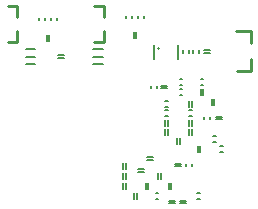
<source format=gbo>
G04*
G04 #@! TF.GenerationSoftware,Altium Limited,Altium Designer,20.0.1 (14)*
G04*
G04 Layer_Color=32896*
%FSLAX25Y25*%
%MOIN*%
G70*
G01*
G75*
%ADD10C,0.01000*%
%ADD11C,0.00500*%
D10*
X53901Y87206D02*
Y90750D01*
X50752Y87206D02*
X53901D01*
X50752Y99017D02*
X53901D01*
Y95474D02*
Y99017D01*
X25102Y87206D02*
Y90750D01*
X21952Y87206D02*
X25102D01*
X21952Y99017D02*
X25102D01*
Y95474D02*
Y99017D01*
X71933Y85112D02*
Y85212D01*
X98222Y90912D02*
X102922D01*
Y86812D02*
Y90912D01*
X98322Y77612D02*
X103022D01*
Y81612D01*
D11*
X74539Y65612D02*
X75327D01*
X74539Y67612D02*
X75327D01*
X83833Y83618D02*
Y84405D01*
X85833Y83618D02*
Y84405D01*
X82433Y83618D02*
Y84405D01*
X80433Y83618D02*
Y84405D01*
X65333Y95118D02*
Y95906D01*
X67333Y95118D02*
Y95906D01*
X83333Y45718D02*
Y46505D01*
X81333Y45718D02*
Y46505D01*
X61333Y95118D02*
Y95906D01*
X63333Y95118D02*
Y95906D01*
X71339Y34912D02*
X72127D01*
X71339Y36912D02*
X72127D01*
X36233Y94418D02*
Y95205D01*
X38233Y94418D02*
Y95205D01*
X92839Y50512D02*
X93627D01*
X92839Y52512D02*
X93627D01*
X32433Y94418D02*
Y95205D01*
X34433Y94418D02*
Y95205D01*
X89433Y61468D02*
Y62256D01*
X87433Y61468D02*
Y62256D01*
X90539Y55812D02*
X91327D01*
X90539Y53812D02*
X91327D01*
X79239Y71612D02*
X80027D01*
X79239Y69612D02*
X80027D01*
X74539Y64412D02*
X75327D01*
X74539Y62412D02*
X75327D01*
X86439Y72812D02*
X87227D01*
X86439Y74812D02*
X87227D01*
X79239D02*
X80027D01*
X79239Y72812D02*
X80027D01*
X85139Y36812D02*
X85927D01*
X85139Y34812D02*
X85927D01*
X82539Y64412D02*
X83327D01*
X82539Y62412D02*
X83327D01*
X69833Y71718D02*
Y72505D01*
X71833Y71718D02*
Y72505D01*
X70696Y81351D02*
Y86272D01*
X78570Y81351D02*
Y86272D01*
X50558Y82312D02*
X53708D01*
X50558Y79950D02*
X53708D01*
X50558Y84674D02*
X53708D01*
X27958Y82312D02*
X31108D01*
X27958Y79950D02*
X31108D01*
X27958Y84674D02*
X31108D01*
X87233Y83618D02*
X89233D01*
X87233Y84405D02*
X89233D01*
X64727Y88412D02*
Y90412D01*
X63939Y88412D02*
Y90412D01*
X38833Y81918D02*
X40833D01*
X38833Y82705D02*
X40833D01*
X34939Y87612D02*
Y89612D01*
X35727Y87612D02*
Y89612D01*
X91433Y62205D02*
X93433D01*
X91433Y61418D02*
X93433D01*
X73133Y72505D02*
X75133D01*
X73133Y71718D02*
X75133D01*
X90039Y66312D02*
Y68312D01*
X90827Y66312D02*
Y68312D01*
X75833Y33418D02*
X77833D01*
X75833Y34205D02*
X77833D01*
X79433Y33418D02*
X81433D01*
X79433Y34205D02*
X81433D01*
X82539Y59312D02*
Y61312D01*
X83327Y59312D02*
Y61312D01*
X82539Y56212D02*
Y58212D01*
X83327Y56212D02*
Y58212D01*
X82539Y65612D02*
Y67612D01*
X83327Y65612D02*
Y67612D01*
X86439Y69612D02*
Y71612D01*
X87227Y69612D02*
Y71612D01*
X76427Y38112D02*
Y40112D01*
X75639Y38112D02*
Y40112D01*
X64927Y34912D02*
Y36912D01*
X64139Y34912D02*
Y36912D01*
X74539Y59312D02*
Y61312D01*
X75327Y59312D02*
Y61312D01*
X74539Y56212D02*
Y58212D01*
X75327Y56212D02*
Y58212D01*
X79291Y53218D02*
Y55218D01*
X78503Y53218D02*
Y55218D01*
X72927Y41412D02*
Y43412D01*
X72139Y41412D02*
Y43412D01*
X68444Y48711D02*
X70444D01*
X68444Y47923D02*
X70444D01*
X65426Y43913D02*
X67426D01*
X65426Y44700D02*
X67426D01*
X61327Y41412D02*
Y43412D01*
X60539Y41412D02*
Y43412D01*
X61327Y44812D02*
Y46812D01*
X60539Y44812D02*
Y46812D01*
Y38112D02*
Y40112D01*
X61327Y38112D02*
Y40112D01*
X68039Y38112D02*
Y40112D01*
X68827Y38112D02*
Y40112D01*
X77897Y46476D02*
X79897D01*
X77897Y45689D02*
X79897D01*
X85339Y50512D02*
Y52512D01*
X86127Y50512D02*
Y52512D01*
M02*

</source>
